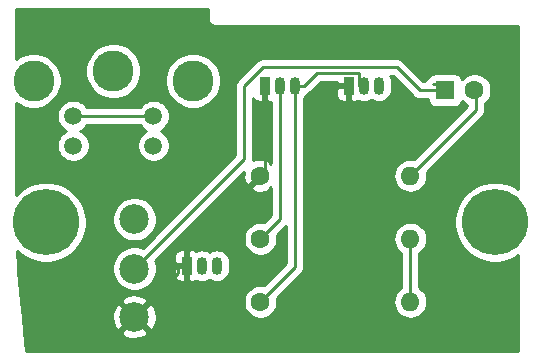
<source format=gbr>
G04 #@! TF.GenerationSoftware,KiCad,Pcbnew,(5.1.4)-1*
G04 #@! TF.CreationDate,2020-05-22T23:55:23+02:00*
G04 #@! TF.ProjectId,S-VHS ZX Spectrum,532d5648-5320-45a5-9820-537065637472,rev?*
G04 #@! TF.SameCoordinates,Original*
G04 #@! TF.FileFunction,Copper,L2,Bot*
G04 #@! TF.FilePolarity,Positive*
%FSLAX46Y46*%
G04 Gerber Fmt 4.6, Leading zero omitted, Abs format (unit mm)*
G04 Created by KiCad (PCBNEW (5.1.4)-1) date 2020-05-22 23:55:23*
%MOMM*%
%LPD*%
G04 APERTURE LIST*
%ADD10C,1.500000*%
%ADD11C,3.465000*%
%ADD12R,1.600000X1.600000*%
%ADD13C,1.600000*%
%ADD14O,1.600000X1.600000*%
%ADD15C,5.600000*%
%ADD16C,2.499360*%
%ADD17R,0.900000X1.500000*%
%ADD18O,0.900000X1.500000*%
%ADD19C,0.250000*%
%ADD20C,0.254000*%
G04 APERTURE END LIST*
D10*
X141240000Y-93504000D03*
X148040000Y-93504000D03*
X141240000Y-96004000D03*
X148040000Y-96004000D03*
D11*
X137890000Y-90504000D03*
X144640000Y-89704000D03*
X151390000Y-90504000D03*
D12*
X172720000Y-91313000D03*
D13*
X175220000Y-91313000D03*
X157099000Y-103886000D03*
D14*
X169799000Y-103886000D03*
D15*
X138938000Y-102489000D03*
X176950000Y-102489000D03*
D16*
X146431000Y-102235000D03*
X146431000Y-106426000D03*
X146431000Y-110490000D03*
D17*
X150876000Y-106172000D03*
D18*
X153416000Y-106172000D03*
X152146000Y-106172000D03*
X158750000Y-90932000D03*
X160020000Y-90932000D03*
D17*
X157480000Y-90932000D03*
X164592000Y-90932000D03*
D18*
X167132000Y-90932000D03*
X165862000Y-90932000D03*
D14*
X169799000Y-98552000D03*
D13*
X157099000Y-98552000D03*
D14*
X169799000Y-109220000D03*
D13*
X157099000Y-109220000D03*
D19*
X175347000Y-91497700D02*
X175347000Y-90805000D01*
X157099000Y-103886000D02*
X158750000Y-102235000D01*
X158750000Y-102235000D02*
X158750000Y-90932000D01*
X175347000Y-93004000D02*
X175347000Y-90805000D01*
X169799000Y-98552000D02*
X175347000Y-93004000D01*
X172847000Y-90805000D02*
X171721700Y-90805000D01*
X146431000Y-106426000D02*
X155717600Y-97139400D01*
X155717600Y-97139400D02*
X155717600Y-90960700D01*
X155717600Y-90960700D02*
X157315400Y-89362900D01*
X157315400Y-89362900D02*
X168628600Y-89362900D01*
X170578700Y-91313000D02*
X172720000Y-91313000D01*
X168628600Y-89362900D02*
X170578700Y-91313000D01*
X169799000Y-103886000D02*
X169799000Y-109220000D01*
X146979340Y-93504000D02*
X141240000Y-93504000D01*
X148040000Y-93504000D02*
X146979340Y-93504000D01*
X150876000Y-106172000D02*
X150100700Y-106172000D01*
X150100700Y-106172000D02*
X150100700Y-106820300D01*
X150100700Y-106820300D02*
X146431000Y-110490000D01*
X157099000Y-98552000D02*
X150876000Y-104775000D01*
X150876000Y-104775000D02*
X150876000Y-106172000D01*
X157480000Y-90932000D02*
X157480000Y-98171000D01*
X157480000Y-98171000D02*
X157099000Y-98552000D01*
X157099000Y-109220000D02*
X160020000Y-106299000D01*
X160020000Y-106299000D02*
X160020000Y-90932000D01*
X160020000Y-90932000D02*
X160795300Y-90932000D01*
X160795300Y-90932000D02*
X161870600Y-89856700D01*
X161870600Y-89856700D02*
X165481000Y-89856700D01*
X165481000Y-90932000D02*
X165481000Y-89856700D01*
D20*
G36*
X152629000Y-85184580D02*
G01*
X152625807Y-85217000D01*
X152638550Y-85346383D01*
X152676290Y-85470793D01*
X152737575Y-85585450D01*
X152820052Y-85685948D01*
X152920550Y-85768425D01*
X153035207Y-85829710D01*
X153159617Y-85867450D01*
X153289000Y-85880193D01*
X153321419Y-85877000D01*
X178918000Y-85877000D01*
X178918001Y-99672737D01*
X178577082Y-99444943D01*
X177951952Y-99186006D01*
X177288318Y-99054000D01*
X176611682Y-99054000D01*
X175948048Y-99186006D01*
X175322918Y-99444943D01*
X174760315Y-99820862D01*
X174281862Y-100299315D01*
X173905943Y-100861918D01*
X173647006Y-101487048D01*
X173515000Y-102150682D01*
X173515000Y-102827318D01*
X173647006Y-103490952D01*
X173905943Y-104116082D01*
X174281862Y-104678685D01*
X174760315Y-105157138D01*
X175322918Y-105533057D01*
X175948048Y-105791994D01*
X176611682Y-105924000D01*
X177288318Y-105924000D01*
X177951952Y-105791994D01*
X178577082Y-105533057D01*
X178918001Y-105305263D01*
X178918001Y-113386000D01*
X137248430Y-113386000D01*
X137087875Y-111803377D01*
X145297229Y-111803377D01*
X145423104Y-112093315D01*
X145755262Y-112259139D01*
X146113387Y-112356975D01*
X146483719Y-112383065D01*
X146852025Y-112336405D01*
X147204151Y-112218789D01*
X147438896Y-112093315D01*
X147564771Y-111803377D01*
X146431000Y-110669605D01*
X145297229Y-111803377D01*
X137087875Y-111803377D01*
X136959982Y-110542719D01*
X144537935Y-110542719D01*
X144584595Y-110911025D01*
X144702211Y-111263151D01*
X144827685Y-111497896D01*
X145117623Y-111623771D01*
X146251395Y-110490000D01*
X146610605Y-110490000D01*
X147744377Y-111623771D01*
X148034315Y-111497896D01*
X148200139Y-111165738D01*
X148297975Y-110807613D01*
X148324065Y-110437281D01*
X148277405Y-110068975D01*
X148159789Y-109716849D01*
X148034315Y-109482104D01*
X147744377Y-109356229D01*
X146610605Y-110490000D01*
X146251395Y-110490000D01*
X145117623Y-109356229D01*
X144827685Y-109482104D01*
X144661861Y-109814262D01*
X144564025Y-110172387D01*
X144537935Y-110542719D01*
X136959982Y-110542719D01*
X136821393Y-109176623D01*
X145297229Y-109176623D01*
X146431000Y-110310395D01*
X147564771Y-109176623D01*
X147438896Y-108886685D01*
X147106738Y-108720861D01*
X146748613Y-108623025D01*
X146378281Y-108596935D01*
X146009975Y-108643595D01*
X145657849Y-108761211D01*
X145423104Y-108886685D01*
X145297229Y-109176623D01*
X136821393Y-109176623D01*
X136560079Y-106600825D01*
X136549478Y-106240375D01*
X144546320Y-106240375D01*
X144546320Y-106611625D01*
X144618747Y-106975741D01*
X144760818Y-107318731D01*
X144967074Y-107627413D01*
X145229587Y-107889926D01*
X145538269Y-108096182D01*
X145881259Y-108238253D01*
X146245375Y-108310680D01*
X146616625Y-108310680D01*
X146980741Y-108238253D01*
X147323731Y-108096182D01*
X147632413Y-107889926D01*
X147894926Y-107627413D01*
X148101182Y-107318731D01*
X148243253Y-106975741D01*
X148253942Y-106922000D01*
X149787928Y-106922000D01*
X149800188Y-107046482D01*
X149836498Y-107166180D01*
X149895463Y-107276494D01*
X149974815Y-107373185D01*
X150071506Y-107452537D01*
X150181820Y-107511502D01*
X150301518Y-107547812D01*
X150426000Y-107560072D01*
X150590250Y-107557000D01*
X150749000Y-107398250D01*
X150749000Y-106299000D01*
X149949750Y-106299000D01*
X149791000Y-106457750D01*
X149787928Y-106922000D01*
X148253942Y-106922000D01*
X148315680Y-106611625D01*
X148315680Y-106240375D01*
X148243253Y-105876259D01*
X148188274Y-105743527D01*
X148509801Y-105422000D01*
X149787928Y-105422000D01*
X149791000Y-105886250D01*
X149949750Y-106045000D01*
X150749000Y-106045000D01*
X150749000Y-104945750D01*
X151003000Y-104945750D01*
X151003000Y-106045000D01*
X151023000Y-106045000D01*
X151023000Y-106299000D01*
X151003000Y-106299000D01*
X151003000Y-107398250D01*
X151161750Y-107557000D01*
X151326000Y-107560072D01*
X151450482Y-107547812D01*
X151570180Y-107511502D01*
X151679640Y-107452993D01*
X151728780Y-107479259D01*
X151933303Y-107541300D01*
X152146000Y-107562249D01*
X152358696Y-107541300D01*
X152563219Y-107479259D01*
X152751710Y-107378509D01*
X152781000Y-107354471D01*
X152810290Y-107378509D01*
X152998780Y-107479259D01*
X153203303Y-107541300D01*
X153416000Y-107562249D01*
X153628696Y-107541300D01*
X153833219Y-107479259D01*
X154021710Y-107378509D01*
X154186922Y-107242922D01*
X154322509Y-107077710D01*
X154423259Y-106889220D01*
X154485300Y-106684697D01*
X154501000Y-106525294D01*
X154501000Y-105818707D01*
X154485300Y-105659304D01*
X154423259Y-105454781D01*
X154322509Y-105266290D01*
X154186922Y-105101078D01*
X154021710Y-104965491D01*
X153833220Y-104864741D01*
X153628697Y-104802700D01*
X153416000Y-104781751D01*
X153203304Y-104802700D01*
X152998781Y-104864741D01*
X152810291Y-104965491D01*
X152781001Y-104989529D01*
X152751710Y-104965491D01*
X152563220Y-104864741D01*
X152358697Y-104802700D01*
X152146000Y-104781751D01*
X151933304Y-104802700D01*
X151728781Y-104864741D01*
X151679641Y-104891007D01*
X151570180Y-104832498D01*
X151450482Y-104796188D01*
X151326000Y-104783928D01*
X151161750Y-104787000D01*
X151003000Y-104945750D01*
X150749000Y-104945750D01*
X150590250Y-104787000D01*
X150426000Y-104783928D01*
X150301518Y-104796188D01*
X150181820Y-104832498D01*
X150071506Y-104891463D01*
X149974815Y-104970815D01*
X149895463Y-105067506D01*
X149836498Y-105177820D01*
X149800188Y-105297518D01*
X149787928Y-105422000D01*
X148509801Y-105422000D01*
X155699823Y-98231979D01*
X155672700Y-98340184D01*
X155658783Y-98622512D01*
X155700213Y-98902130D01*
X155795397Y-99168292D01*
X155862329Y-99293514D01*
X156106298Y-99365097D01*
X156919395Y-98552000D01*
X156905253Y-98537858D01*
X157084858Y-98358253D01*
X157099000Y-98372395D01*
X157113143Y-98358253D01*
X157292748Y-98537858D01*
X157278605Y-98552000D01*
X157292748Y-98566143D01*
X157113143Y-98745748D01*
X157099000Y-98731605D01*
X156285903Y-99544702D01*
X156357486Y-99788671D01*
X156612996Y-99909571D01*
X156887184Y-99978300D01*
X157169512Y-99992217D01*
X157449130Y-99950787D01*
X157715292Y-99855603D01*
X157840514Y-99788671D01*
X157912097Y-99544704D01*
X157990000Y-99622607D01*
X157990000Y-101920198D01*
X157422886Y-102487312D01*
X157240335Y-102451000D01*
X156957665Y-102451000D01*
X156680426Y-102506147D01*
X156419273Y-102614320D01*
X156184241Y-102771363D01*
X155984363Y-102971241D01*
X155827320Y-103206273D01*
X155719147Y-103467426D01*
X155664000Y-103744665D01*
X155664000Y-104027335D01*
X155719147Y-104304574D01*
X155827320Y-104565727D01*
X155984363Y-104800759D01*
X156184241Y-105000637D01*
X156419273Y-105157680D01*
X156680426Y-105265853D01*
X156957665Y-105321000D01*
X157240335Y-105321000D01*
X157517574Y-105265853D01*
X157778727Y-105157680D01*
X158013759Y-105000637D01*
X158213637Y-104800759D01*
X158370680Y-104565727D01*
X158478853Y-104304574D01*
X158534000Y-104027335D01*
X158534000Y-103744665D01*
X158497688Y-103562114D01*
X159260000Y-102799802D01*
X159260000Y-105984198D01*
X157422886Y-107821312D01*
X157240335Y-107785000D01*
X156957665Y-107785000D01*
X156680426Y-107840147D01*
X156419273Y-107948320D01*
X156184241Y-108105363D01*
X155984363Y-108305241D01*
X155827320Y-108540273D01*
X155719147Y-108801426D01*
X155664000Y-109078665D01*
X155664000Y-109361335D01*
X155719147Y-109638574D01*
X155827320Y-109899727D01*
X155984363Y-110134759D01*
X156184241Y-110334637D01*
X156419273Y-110491680D01*
X156680426Y-110599853D01*
X156957665Y-110655000D01*
X157240335Y-110655000D01*
X157517574Y-110599853D01*
X157778727Y-110491680D01*
X158013759Y-110334637D01*
X158213637Y-110134759D01*
X158370680Y-109899727D01*
X158478853Y-109638574D01*
X158534000Y-109361335D01*
X158534000Y-109078665D01*
X158497688Y-108896114D01*
X160531004Y-106862798D01*
X160560001Y-106839001D01*
X160654974Y-106723276D01*
X160725546Y-106591247D01*
X160769003Y-106447986D01*
X160780000Y-106336333D01*
X160780000Y-106336323D01*
X160783676Y-106299000D01*
X160780000Y-106261677D01*
X160780000Y-103886000D01*
X168357057Y-103886000D01*
X168384764Y-104167309D01*
X168466818Y-104437808D01*
X168600068Y-104687101D01*
X168779392Y-104905608D01*
X168997899Y-105084932D01*
X169039000Y-105106901D01*
X169039001Y-107999099D01*
X168997899Y-108021068D01*
X168779392Y-108200392D01*
X168600068Y-108418899D01*
X168466818Y-108668192D01*
X168384764Y-108938691D01*
X168357057Y-109220000D01*
X168384764Y-109501309D01*
X168466818Y-109771808D01*
X168600068Y-110021101D01*
X168779392Y-110239608D01*
X168997899Y-110418932D01*
X169247192Y-110552182D01*
X169517691Y-110634236D01*
X169728508Y-110655000D01*
X169869492Y-110655000D01*
X170080309Y-110634236D01*
X170350808Y-110552182D01*
X170600101Y-110418932D01*
X170818608Y-110239608D01*
X170997932Y-110021101D01*
X171131182Y-109771808D01*
X171213236Y-109501309D01*
X171240943Y-109220000D01*
X171213236Y-108938691D01*
X171131182Y-108668192D01*
X170997932Y-108418899D01*
X170818608Y-108200392D01*
X170600101Y-108021068D01*
X170559000Y-107999099D01*
X170559000Y-105106901D01*
X170600101Y-105084932D01*
X170818608Y-104905608D01*
X170997932Y-104687101D01*
X171131182Y-104437808D01*
X171213236Y-104167309D01*
X171240943Y-103886000D01*
X171213236Y-103604691D01*
X171131182Y-103334192D01*
X170997932Y-103084899D01*
X170818608Y-102866392D01*
X170600101Y-102687068D01*
X170350808Y-102553818D01*
X170080309Y-102471764D01*
X169869492Y-102451000D01*
X169728508Y-102451000D01*
X169517691Y-102471764D01*
X169247192Y-102553818D01*
X168997899Y-102687068D01*
X168779392Y-102866392D01*
X168600068Y-103084899D01*
X168466818Y-103334192D01*
X168384764Y-103604691D01*
X168357057Y-103886000D01*
X160780000Y-103886000D01*
X160780000Y-92011886D01*
X160790922Y-92002922D01*
X160926509Y-91837710D01*
X161009738Y-91682000D01*
X163503928Y-91682000D01*
X163516188Y-91806482D01*
X163552498Y-91926180D01*
X163611463Y-92036494D01*
X163690815Y-92133185D01*
X163787506Y-92212537D01*
X163897820Y-92271502D01*
X164017518Y-92307812D01*
X164142000Y-92320072D01*
X164306250Y-92317000D01*
X164465000Y-92158250D01*
X164465000Y-91059000D01*
X163665750Y-91059000D01*
X163507000Y-91217750D01*
X163503928Y-91682000D01*
X161009738Y-91682000D01*
X161023040Y-91657114D01*
X161087547Y-91637546D01*
X161219576Y-91566974D01*
X161335301Y-91472001D01*
X161359104Y-91442998D01*
X162185402Y-90616700D01*
X163506804Y-90616700D01*
X163507000Y-90646250D01*
X163665750Y-90805000D01*
X164465000Y-90805000D01*
X164465000Y-90785000D01*
X164719000Y-90785000D01*
X164719000Y-90805000D01*
X164721000Y-90805000D01*
X164721000Y-90969332D01*
X164729832Y-91059000D01*
X164719000Y-91059000D01*
X164719000Y-92158250D01*
X164877750Y-92317000D01*
X165042000Y-92320072D01*
X165166482Y-92307812D01*
X165286180Y-92271502D01*
X165395640Y-92212993D01*
X165444780Y-92239259D01*
X165649303Y-92301300D01*
X165862000Y-92322249D01*
X166074696Y-92301300D01*
X166279219Y-92239259D01*
X166467710Y-92138509D01*
X166497000Y-92114471D01*
X166526290Y-92138509D01*
X166714780Y-92239259D01*
X166919303Y-92301300D01*
X167132000Y-92322249D01*
X167344696Y-92301300D01*
X167549219Y-92239259D01*
X167737710Y-92138509D01*
X167902922Y-92002922D01*
X168038509Y-91837710D01*
X168139259Y-91649220D01*
X168201300Y-91444697D01*
X168217000Y-91285294D01*
X168217000Y-90578707D01*
X168201300Y-90419304D01*
X168139259Y-90214781D01*
X168090148Y-90122900D01*
X168313799Y-90122900D01*
X170014901Y-91824003D01*
X170038699Y-91853001D01*
X170154424Y-91947974D01*
X170286453Y-92018546D01*
X170429714Y-92062003D01*
X170541367Y-92073000D01*
X170541377Y-92073000D01*
X170578700Y-92076676D01*
X170616023Y-92073000D01*
X171281928Y-92073000D01*
X171281928Y-92113000D01*
X171294188Y-92237482D01*
X171330498Y-92357180D01*
X171389463Y-92467494D01*
X171468815Y-92564185D01*
X171565506Y-92643537D01*
X171675820Y-92702502D01*
X171795518Y-92738812D01*
X171920000Y-92751072D01*
X173520000Y-92751072D01*
X173644482Y-92738812D01*
X173764180Y-92702502D01*
X173874494Y-92643537D01*
X173971185Y-92564185D01*
X174050537Y-92467494D01*
X174109502Y-92357180D01*
X174138661Y-92261057D01*
X174305241Y-92427637D01*
X174540273Y-92584680D01*
X174587000Y-92604035D01*
X174587000Y-92689198D01*
X170124906Y-97151292D01*
X170080309Y-97137764D01*
X169869492Y-97117000D01*
X169728508Y-97117000D01*
X169517691Y-97137764D01*
X169247192Y-97219818D01*
X168997899Y-97353068D01*
X168779392Y-97532392D01*
X168600068Y-97750899D01*
X168466818Y-98000192D01*
X168384764Y-98270691D01*
X168357057Y-98552000D01*
X168384764Y-98833309D01*
X168466818Y-99103808D01*
X168600068Y-99353101D01*
X168779392Y-99571608D01*
X168997899Y-99750932D01*
X169247192Y-99884182D01*
X169517691Y-99966236D01*
X169728508Y-99987000D01*
X169869492Y-99987000D01*
X170080309Y-99966236D01*
X170350808Y-99884182D01*
X170600101Y-99750932D01*
X170818608Y-99571608D01*
X170997932Y-99353101D01*
X171131182Y-99103808D01*
X171213236Y-98833309D01*
X171240943Y-98552000D01*
X171213236Y-98270691D01*
X171199708Y-98226094D01*
X175858004Y-93567798D01*
X175887001Y-93544001D01*
X175981974Y-93428276D01*
X176052546Y-93296247D01*
X176096003Y-93152986D01*
X176107000Y-93041333D01*
X176107000Y-93041323D01*
X176110676Y-93004000D01*
X176107000Y-92966677D01*
X176107000Y-92446185D01*
X176134759Y-92427637D01*
X176334637Y-92227759D01*
X176491680Y-91992727D01*
X176599853Y-91731574D01*
X176655000Y-91454335D01*
X176655000Y-91171665D01*
X176599853Y-90894426D01*
X176491680Y-90633273D01*
X176334637Y-90398241D01*
X176134759Y-90198363D01*
X175899727Y-90041320D01*
X175638574Y-89933147D01*
X175361335Y-89878000D01*
X175078665Y-89878000D01*
X174801426Y-89933147D01*
X174540273Y-90041320D01*
X174305241Y-90198363D01*
X174138661Y-90364943D01*
X174109502Y-90268820D01*
X174050537Y-90158506D01*
X173971185Y-90061815D01*
X173874494Y-89982463D01*
X173764180Y-89923498D01*
X173644482Y-89887188D01*
X173520000Y-89874928D01*
X171920000Y-89874928D01*
X171795518Y-89887188D01*
X171675820Y-89923498D01*
X171565506Y-89982463D01*
X171468815Y-90061815D01*
X171440734Y-90096032D01*
X171429453Y-90099454D01*
X171297424Y-90170026D01*
X171181699Y-90264999D01*
X171086726Y-90380724D01*
X171016154Y-90512753D01*
X171003945Y-90553000D01*
X170893502Y-90553000D01*
X169192404Y-88851903D01*
X169168601Y-88822899D01*
X169052876Y-88727926D01*
X168920847Y-88657354D01*
X168777586Y-88613897D01*
X168665933Y-88602900D01*
X168665922Y-88602900D01*
X168628600Y-88599224D01*
X168591278Y-88602900D01*
X157352722Y-88602900D01*
X157315399Y-88599224D01*
X157278076Y-88602900D01*
X157278067Y-88602900D01*
X157166414Y-88613897D01*
X157023153Y-88657354D01*
X156891124Y-88727926D01*
X156891122Y-88727927D01*
X156891123Y-88727927D01*
X156804396Y-88799101D01*
X156804392Y-88799105D01*
X156775399Y-88822899D01*
X156751605Y-88851892D01*
X155206598Y-90396901D01*
X155177600Y-90420699D01*
X155153802Y-90449697D01*
X155153801Y-90449698D01*
X155082626Y-90536424D01*
X155012054Y-90668454D01*
X154991208Y-90737178D01*
X154968598Y-90811714D01*
X154960428Y-90894667D01*
X154953924Y-90960700D01*
X154957601Y-90998032D01*
X154957600Y-96824598D01*
X147113473Y-104668726D01*
X146980741Y-104613747D01*
X146616625Y-104541320D01*
X146245375Y-104541320D01*
X145881259Y-104613747D01*
X145538269Y-104755818D01*
X145229587Y-104962074D01*
X144967074Y-105224587D01*
X144760818Y-105533269D01*
X144618747Y-105876259D01*
X144546320Y-106240375D01*
X136549478Y-106240375D01*
X136510627Y-104919450D01*
X136748315Y-105157138D01*
X137310918Y-105533057D01*
X137936048Y-105791994D01*
X138599682Y-105924000D01*
X139276318Y-105924000D01*
X139939952Y-105791994D01*
X140565082Y-105533057D01*
X141127685Y-105157138D01*
X141606138Y-104678685D01*
X141982057Y-104116082D01*
X142240994Y-103490952D01*
X142373000Y-102827318D01*
X142373000Y-102150682D01*
X142352849Y-102049375D01*
X144546320Y-102049375D01*
X144546320Y-102420625D01*
X144618747Y-102784741D01*
X144760818Y-103127731D01*
X144967074Y-103436413D01*
X145229587Y-103698926D01*
X145538269Y-103905182D01*
X145881259Y-104047253D01*
X146245375Y-104119680D01*
X146616625Y-104119680D01*
X146980741Y-104047253D01*
X147323731Y-103905182D01*
X147632413Y-103698926D01*
X147894926Y-103436413D01*
X148101182Y-103127731D01*
X148243253Y-102784741D01*
X148315680Y-102420625D01*
X148315680Y-102049375D01*
X148243253Y-101685259D01*
X148101182Y-101342269D01*
X147894926Y-101033587D01*
X147632413Y-100771074D01*
X147323731Y-100564818D01*
X146980741Y-100422747D01*
X146616625Y-100350320D01*
X146245375Y-100350320D01*
X145881259Y-100422747D01*
X145538269Y-100564818D01*
X145229587Y-100771074D01*
X144967074Y-101033587D01*
X144760818Y-101342269D01*
X144618747Y-101685259D01*
X144546320Y-102049375D01*
X142352849Y-102049375D01*
X142240994Y-101487048D01*
X141982057Y-100861918D01*
X141606138Y-100299315D01*
X141127685Y-99820862D01*
X140565082Y-99444943D01*
X139939952Y-99186006D01*
X139276318Y-99054000D01*
X138599682Y-99054000D01*
X137936048Y-99186006D01*
X137310918Y-99444943D01*
X136748315Y-99820862D01*
X136423000Y-100146177D01*
X136423000Y-93367589D01*
X139855000Y-93367589D01*
X139855000Y-93640411D01*
X139908225Y-93907989D01*
X140012629Y-94160043D01*
X140164201Y-94386886D01*
X140357114Y-94579799D01*
X140583957Y-94731371D01*
X140638588Y-94754000D01*
X140583957Y-94776629D01*
X140357114Y-94928201D01*
X140164201Y-95121114D01*
X140012629Y-95347957D01*
X139908225Y-95600011D01*
X139855000Y-95867589D01*
X139855000Y-96140411D01*
X139908225Y-96407989D01*
X140012629Y-96660043D01*
X140164201Y-96886886D01*
X140357114Y-97079799D01*
X140583957Y-97231371D01*
X140836011Y-97335775D01*
X141103589Y-97389000D01*
X141376411Y-97389000D01*
X141643989Y-97335775D01*
X141896043Y-97231371D01*
X142122886Y-97079799D01*
X142315799Y-96886886D01*
X142467371Y-96660043D01*
X142571775Y-96407989D01*
X142625000Y-96140411D01*
X142625000Y-95867589D01*
X142571775Y-95600011D01*
X142467371Y-95347957D01*
X142315799Y-95121114D01*
X142122886Y-94928201D01*
X141896043Y-94776629D01*
X141841412Y-94754000D01*
X141896043Y-94731371D01*
X142122886Y-94579799D01*
X142315799Y-94386886D01*
X142397909Y-94264000D01*
X146882091Y-94264000D01*
X146964201Y-94386886D01*
X147157114Y-94579799D01*
X147383957Y-94731371D01*
X147438588Y-94754000D01*
X147383957Y-94776629D01*
X147157114Y-94928201D01*
X146964201Y-95121114D01*
X146812629Y-95347957D01*
X146708225Y-95600011D01*
X146655000Y-95867589D01*
X146655000Y-96140411D01*
X146708225Y-96407989D01*
X146812629Y-96660043D01*
X146964201Y-96886886D01*
X147157114Y-97079799D01*
X147383957Y-97231371D01*
X147636011Y-97335775D01*
X147903589Y-97389000D01*
X148176411Y-97389000D01*
X148443989Y-97335775D01*
X148696043Y-97231371D01*
X148922886Y-97079799D01*
X149115799Y-96886886D01*
X149267371Y-96660043D01*
X149371775Y-96407989D01*
X149425000Y-96140411D01*
X149425000Y-95867589D01*
X149371775Y-95600011D01*
X149267371Y-95347957D01*
X149115799Y-95121114D01*
X148922886Y-94928201D01*
X148696043Y-94776629D01*
X148641412Y-94754000D01*
X148696043Y-94731371D01*
X148922886Y-94579799D01*
X149115799Y-94386886D01*
X149267371Y-94160043D01*
X149371775Y-93907989D01*
X149425000Y-93640411D01*
X149425000Y-93367589D01*
X149371775Y-93100011D01*
X149267371Y-92847957D01*
X149115799Y-92621114D01*
X148922886Y-92428201D01*
X148696043Y-92276629D01*
X148443989Y-92172225D01*
X148176411Y-92119000D01*
X147903589Y-92119000D01*
X147636011Y-92172225D01*
X147383957Y-92276629D01*
X147157114Y-92428201D01*
X146964201Y-92621114D01*
X146882091Y-92744000D01*
X142397909Y-92744000D01*
X142315799Y-92621114D01*
X142122886Y-92428201D01*
X141896043Y-92276629D01*
X141643989Y-92172225D01*
X141376411Y-92119000D01*
X141103589Y-92119000D01*
X140836011Y-92172225D01*
X140583957Y-92276629D01*
X140357114Y-92428201D01*
X140164201Y-92621114D01*
X140012629Y-92847957D01*
X139908225Y-93100011D01*
X139855000Y-93367589D01*
X136423000Y-93367589D01*
X136423000Y-92371150D01*
X136768568Y-92602051D01*
X137199426Y-92780518D01*
X137656822Y-92871500D01*
X138123178Y-92871500D01*
X138580574Y-92780518D01*
X139011432Y-92602051D01*
X139399193Y-92342957D01*
X139728957Y-92013193D01*
X139988051Y-91625432D01*
X140166518Y-91194574D01*
X140257500Y-90737178D01*
X140257500Y-90270822D01*
X140166518Y-89813426D01*
X140024607Y-89470822D01*
X142272500Y-89470822D01*
X142272500Y-89937178D01*
X142363482Y-90394574D01*
X142541949Y-90825432D01*
X142801043Y-91213193D01*
X143130807Y-91542957D01*
X143518568Y-91802051D01*
X143949426Y-91980518D01*
X144406822Y-92071500D01*
X144873178Y-92071500D01*
X145330574Y-91980518D01*
X145761432Y-91802051D01*
X146149193Y-91542957D01*
X146478957Y-91213193D01*
X146738051Y-90825432D01*
X146916518Y-90394574D01*
X146941133Y-90270822D01*
X149022500Y-90270822D01*
X149022500Y-90737178D01*
X149113482Y-91194574D01*
X149291949Y-91625432D01*
X149551043Y-92013193D01*
X149880807Y-92342957D01*
X150268568Y-92602051D01*
X150699426Y-92780518D01*
X151156822Y-92871500D01*
X151623178Y-92871500D01*
X152080574Y-92780518D01*
X152511432Y-92602051D01*
X152899193Y-92342957D01*
X153228957Y-92013193D01*
X153488051Y-91625432D01*
X153666518Y-91194574D01*
X153757500Y-90737178D01*
X153757500Y-90270822D01*
X153666518Y-89813426D01*
X153488051Y-89382568D01*
X153228957Y-88994807D01*
X152899193Y-88665043D01*
X152511432Y-88405949D01*
X152080574Y-88227482D01*
X151623178Y-88136500D01*
X151156822Y-88136500D01*
X150699426Y-88227482D01*
X150268568Y-88405949D01*
X149880807Y-88665043D01*
X149551043Y-88994807D01*
X149291949Y-89382568D01*
X149113482Y-89813426D01*
X149022500Y-90270822D01*
X146941133Y-90270822D01*
X147007500Y-89937178D01*
X147007500Y-89470822D01*
X146916518Y-89013426D01*
X146738051Y-88582568D01*
X146478957Y-88194807D01*
X146149193Y-87865043D01*
X145761432Y-87605949D01*
X145330574Y-87427482D01*
X144873178Y-87336500D01*
X144406822Y-87336500D01*
X143949426Y-87427482D01*
X143518568Y-87605949D01*
X143130807Y-87865043D01*
X142801043Y-88194807D01*
X142541949Y-88582568D01*
X142363482Y-89013426D01*
X142272500Y-89470822D01*
X140024607Y-89470822D01*
X139988051Y-89382568D01*
X139728957Y-88994807D01*
X139399193Y-88665043D01*
X139011432Y-88405949D01*
X138580574Y-88227482D01*
X138123178Y-88136500D01*
X137656822Y-88136500D01*
X137199426Y-88227482D01*
X136768568Y-88405949D01*
X136423000Y-88636850D01*
X136423000Y-84480000D01*
X152629001Y-84480000D01*
X152629000Y-85184580D01*
X152629000Y-85184580D01*
G37*
X152629000Y-85184580D02*
X152625807Y-85217000D01*
X152638550Y-85346383D01*
X152676290Y-85470793D01*
X152737575Y-85585450D01*
X152820052Y-85685948D01*
X152920550Y-85768425D01*
X153035207Y-85829710D01*
X153159617Y-85867450D01*
X153289000Y-85880193D01*
X153321419Y-85877000D01*
X178918000Y-85877000D01*
X178918001Y-99672737D01*
X178577082Y-99444943D01*
X177951952Y-99186006D01*
X177288318Y-99054000D01*
X176611682Y-99054000D01*
X175948048Y-99186006D01*
X175322918Y-99444943D01*
X174760315Y-99820862D01*
X174281862Y-100299315D01*
X173905943Y-100861918D01*
X173647006Y-101487048D01*
X173515000Y-102150682D01*
X173515000Y-102827318D01*
X173647006Y-103490952D01*
X173905943Y-104116082D01*
X174281862Y-104678685D01*
X174760315Y-105157138D01*
X175322918Y-105533057D01*
X175948048Y-105791994D01*
X176611682Y-105924000D01*
X177288318Y-105924000D01*
X177951952Y-105791994D01*
X178577082Y-105533057D01*
X178918001Y-105305263D01*
X178918001Y-113386000D01*
X137248430Y-113386000D01*
X137087875Y-111803377D01*
X145297229Y-111803377D01*
X145423104Y-112093315D01*
X145755262Y-112259139D01*
X146113387Y-112356975D01*
X146483719Y-112383065D01*
X146852025Y-112336405D01*
X147204151Y-112218789D01*
X147438896Y-112093315D01*
X147564771Y-111803377D01*
X146431000Y-110669605D01*
X145297229Y-111803377D01*
X137087875Y-111803377D01*
X136959982Y-110542719D01*
X144537935Y-110542719D01*
X144584595Y-110911025D01*
X144702211Y-111263151D01*
X144827685Y-111497896D01*
X145117623Y-111623771D01*
X146251395Y-110490000D01*
X146610605Y-110490000D01*
X147744377Y-111623771D01*
X148034315Y-111497896D01*
X148200139Y-111165738D01*
X148297975Y-110807613D01*
X148324065Y-110437281D01*
X148277405Y-110068975D01*
X148159789Y-109716849D01*
X148034315Y-109482104D01*
X147744377Y-109356229D01*
X146610605Y-110490000D01*
X146251395Y-110490000D01*
X145117623Y-109356229D01*
X144827685Y-109482104D01*
X144661861Y-109814262D01*
X144564025Y-110172387D01*
X144537935Y-110542719D01*
X136959982Y-110542719D01*
X136821393Y-109176623D01*
X145297229Y-109176623D01*
X146431000Y-110310395D01*
X147564771Y-109176623D01*
X147438896Y-108886685D01*
X147106738Y-108720861D01*
X146748613Y-108623025D01*
X146378281Y-108596935D01*
X146009975Y-108643595D01*
X145657849Y-108761211D01*
X145423104Y-108886685D01*
X145297229Y-109176623D01*
X136821393Y-109176623D01*
X136560079Y-106600825D01*
X136549478Y-106240375D01*
X144546320Y-106240375D01*
X144546320Y-106611625D01*
X144618747Y-106975741D01*
X144760818Y-107318731D01*
X144967074Y-107627413D01*
X145229587Y-107889926D01*
X145538269Y-108096182D01*
X145881259Y-108238253D01*
X146245375Y-108310680D01*
X146616625Y-108310680D01*
X146980741Y-108238253D01*
X147323731Y-108096182D01*
X147632413Y-107889926D01*
X147894926Y-107627413D01*
X148101182Y-107318731D01*
X148243253Y-106975741D01*
X148253942Y-106922000D01*
X149787928Y-106922000D01*
X149800188Y-107046482D01*
X149836498Y-107166180D01*
X149895463Y-107276494D01*
X149974815Y-107373185D01*
X150071506Y-107452537D01*
X150181820Y-107511502D01*
X150301518Y-107547812D01*
X150426000Y-107560072D01*
X150590250Y-107557000D01*
X150749000Y-107398250D01*
X150749000Y-106299000D01*
X149949750Y-106299000D01*
X149791000Y-106457750D01*
X149787928Y-106922000D01*
X148253942Y-106922000D01*
X148315680Y-106611625D01*
X148315680Y-106240375D01*
X148243253Y-105876259D01*
X148188274Y-105743527D01*
X148509801Y-105422000D01*
X149787928Y-105422000D01*
X149791000Y-105886250D01*
X149949750Y-106045000D01*
X150749000Y-106045000D01*
X150749000Y-104945750D01*
X151003000Y-104945750D01*
X151003000Y-106045000D01*
X151023000Y-106045000D01*
X151023000Y-106299000D01*
X151003000Y-106299000D01*
X151003000Y-107398250D01*
X151161750Y-107557000D01*
X151326000Y-107560072D01*
X151450482Y-107547812D01*
X151570180Y-107511502D01*
X151679640Y-107452993D01*
X151728780Y-107479259D01*
X151933303Y-107541300D01*
X152146000Y-107562249D01*
X152358696Y-107541300D01*
X152563219Y-107479259D01*
X152751710Y-107378509D01*
X152781000Y-107354471D01*
X152810290Y-107378509D01*
X152998780Y-107479259D01*
X153203303Y-107541300D01*
X153416000Y-107562249D01*
X153628696Y-107541300D01*
X153833219Y-107479259D01*
X154021710Y-107378509D01*
X154186922Y-107242922D01*
X154322509Y-107077710D01*
X154423259Y-106889220D01*
X154485300Y-106684697D01*
X154501000Y-106525294D01*
X154501000Y-105818707D01*
X154485300Y-105659304D01*
X154423259Y-105454781D01*
X154322509Y-105266290D01*
X154186922Y-105101078D01*
X154021710Y-104965491D01*
X153833220Y-104864741D01*
X153628697Y-104802700D01*
X153416000Y-104781751D01*
X153203304Y-104802700D01*
X152998781Y-104864741D01*
X152810291Y-104965491D01*
X152781001Y-104989529D01*
X152751710Y-104965491D01*
X152563220Y-104864741D01*
X152358697Y-104802700D01*
X152146000Y-104781751D01*
X151933304Y-104802700D01*
X151728781Y-104864741D01*
X151679641Y-104891007D01*
X151570180Y-104832498D01*
X151450482Y-104796188D01*
X151326000Y-104783928D01*
X151161750Y-104787000D01*
X151003000Y-104945750D01*
X150749000Y-104945750D01*
X150590250Y-104787000D01*
X150426000Y-104783928D01*
X150301518Y-104796188D01*
X150181820Y-104832498D01*
X150071506Y-104891463D01*
X149974815Y-104970815D01*
X149895463Y-105067506D01*
X149836498Y-105177820D01*
X149800188Y-105297518D01*
X149787928Y-105422000D01*
X148509801Y-105422000D01*
X155699823Y-98231979D01*
X155672700Y-98340184D01*
X155658783Y-98622512D01*
X155700213Y-98902130D01*
X155795397Y-99168292D01*
X155862329Y-99293514D01*
X156106298Y-99365097D01*
X156919395Y-98552000D01*
X156905253Y-98537858D01*
X157084858Y-98358253D01*
X157099000Y-98372395D01*
X157113143Y-98358253D01*
X157292748Y-98537858D01*
X157278605Y-98552000D01*
X157292748Y-98566143D01*
X157113143Y-98745748D01*
X157099000Y-98731605D01*
X156285903Y-99544702D01*
X156357486Y-99788671D01*
X156612996Y-99909571D01*
X156887184Y-99978300D01*
X157169512Y-99992217D01*
X157449130Y-99950787D01*
X157715292Y-99855603D01*
X157840514Y-99788671D01*
X157912097Y-99544704D01*
X157990000Y-99622607D01*
X157990000Y-101920198D01*
X157422886Y-102487312D01*
X157240335Y-102451000D01*
X156957665Y-102451000D01*
X156680426Y-102506147D01*
X156419273Y-102614320D01*
X156184241Y-102771363D01*
X155984363Y-102971241D01*
X155827320Y-103206273D01*
X155719147Y-103467426D01*
X155664000Y-103744665D01*
X155664000Y-104027335D01*
X155719147Y-104304574D01*
X155827320Y-104565727D01*
X155984363Y-104800759D01*
X156184241Y-105000637D01*
X156419273Y-105157680D01*
X156680426Y-105265853D01*
X156957665Y-105321000D01*
X157240335Y-105321000D01*
X157517574Y-105265853D01*
X157778727Y-105157680D01*
X158013759Y-105000637D01*
X158213637Y-104800759D01*
X158370680Y-104565727D01*
X158478853Y-104304574D01*
X158534000Y-104027335D01*
X158534000Y-103744665D01*
X158497688Y-103562114D01*
X159260000Y-102799802D01*
X159260000Y-105984198D01*
X157422886Y-107821312D01*
X157240335Y-107785000D01*
X156957665Y-107785000D01*
X156680426Y-107840147D01*
X156419273Y-107948320D01*
X156184241Y-108105363D01*
X155984363Y-108305241D01*
X155827320Y-108540273D01*
X155719147Y-108801426D01*
X155664000Y-109078665D01*
X155664000Y-109361335D01*
X155719147Y-109638574D01*
X155827320Y-109899727D01*
X155984363Y-110134759D01*
X156184241Y-110334637D01*
X156419273Y-110491680D01*
X156680426Y-110599853D01*
X156957665Y-110655000D01*
X157240335Y-110655000D01*
X157517574Y-110599853D01*
X157778727Y-110491680D01*
X158013759Y-110334637D01*
X158213637Y-110134759D01*
X158370680Y-109899727D01*
X158478853Y-109638574D01*
X158534000Y-109361335D01*
X158534000Y-109078665D01*
X158497688Y-108896114D01*
X160531004Y-106862798D01*
X160560001Y-106839001D01*
X160654974Y-106723276D01*
X160725546Y-106591247D01*
X160769003Y-106447986D01*
X160780000Y-106336333D01*
X160780000Y-106336323D01*
X160783676Y-106299000D01*
X160780000Y-106261677D01*
X160780000Y-103886000D01*
X168357057Y-103886000D01*
X168384764Y-104167309D01*
X168466818Y-104437808D01*
X168600068Y-104687101D01*
X168779392Y-104905608D01*
X168997899Y-105084932D01*
X169039000Y-105106901D01*
X169039001Y-107999099D01*
X168997899Y-108021068D01*
X168779392Y-108200392D01*
X168600068Y-108418899D01*
X168466818Y-108668192D01*
X168384764Y-108938691D01*
X168357057Y-109220000D01*
X168384764Y-109501309D01*
X168466818Y-109771808D01*
X168600068Y-110021101D01*
X168779392Y-110239608D01*
X168997899Y-110418932D01*
X169247192Y-110552182D01*
X169517691Y-110634236D01*
X169728508Y-110655000D01*
X169869492Y-110655000D01*
X170080309Y-110634236D01*
X170350808Y-110552182D01*
X170600101Y-110418932D01*
X170818608Y-110239608D01*
X170997932Y-110021101D01*
X171131182Y-109771808D01*
X171213236Y-109501309D01*
X171240943Y-109220000D01*
X171213236Y-108938691D01*
X171131182Y-108668192D01*
X170997932Y-108418899D01*
X170818608Y-108200392D01*
X170600101Y-108021068D01*
X170559000Y-107999099D01*
X170559000Y-105106901D01*
X170600101Y-105084932D01*
X170818608Y-104905608D01*
X170997932Y-104687101D01*
X171131182Y-104437808D01*
X171213236Y-104167309D01*
X171240943Y-103886000D01*
X171213236Y-103604691D01*
X171131182Y-103334192D01*
X170997932Y-103084899D01*
X170818608Y-102866392D01*
X170600101Y-102687068D01*
X170350808Y-102553818D01*
X170080309Y-102471764D01*
X169869492Y-102451000D01*
X169728508Y-102451000D01*
X169517691Y-102471764D01*
X169247192Y-102553818D01*
X168997899Y-102687068D01*
X168779392Y-102866392D01*
X168600068Y-103084899D01*
X168466818Y-103334192D01*
X168384764Y-103604691D01*
X168357057Y-103886000D01*
X160780000Y-103886000D01*
X160780000Y-92011886D01*
X160790922Y-92002922D01*
X160926509Y-91837710D01*
X161009738Y-91682000D01*
X163503928Y-91682000D01*
X163516188Y-91806482D01*
X163552498Y-91926180D01*
X163611463Y-92036494D01*
X163690815Y-92133185D01*
X163787506Y-92212537D01*
X163897820Y-92271502D01*
X164017518Y-92307812D01*
X164142000Y-92320072D01*
X164306250Y-92317000D01*
X164465000Y-92158250D01*
X164465000Y-91059000D01*
X163665750Y-91059000D01*
X163507000Y-91217750D01*
X163503928Y-91682000D01*
X161009738Y-91682000D01*
X161023040Y-91657114D01*
X161087547Y-91637546D01*
X161219576Y-91566974D01*
X161335301Y-91472001D01*
X161359104Y-91442998D01*
X162185402Y-90616700D01*
X163506804Y-90616700D01*
X163507000Y-90646250D01*
X163665750Y-90805000D01*
X164465000Y-90805000D01*
X164465000Y-90785000D01*
X164719000Y-90785000D01*
X164719000Y-90805000D01*
X164721000Y-90805000D01*
X164721000Y-90969332D01*
X164729832Y-91059000D01*
X164719000Y-91059000D01*
X164719000Y-92158250D01*
X164877750Y-92317000D01*
X165042000Y-92320072D01*
X165166482Y-92307812D01*
X165286180Y-92271502D01*
X165395640Y-92212993D01*
X165444780Y-92239259D01*
X165649303Y-92301300D01*
X165862000Y-92322249D01*
X166074696Y-92301300D01*
X166279219Y-92239259D01*
X166467710Y-92138509D01*
X166497000Y-92114471D01*
X166526290Y-92138509D01*
X166714780Y-92239259D01*
X166919303Y-92301300D01*
X167132000Y-92322249D01*
X167344696Y-92301300D01*
X167549219Y-92239259D01*
X167737710Y-92138509D01*
X167902922Y-92002922D01*
X168038509Y-91837710D01*
X168139259Y-91649220D01*
X168201300Y-91444697D01*
X168217000Y-91285294D01*
X168217000Y-90578707D01*
X168201300Y-90419304D01*
X168139259Y-90214781D01*
X168090148Y-90122900D01*
X168313799Y-90122900D01*
X170014901Y-91824003D01*
X170038699Y-91853001D01*
X170154424Y-91947974D01*
X170286453Y-92018546D01*
X170429714Y-92062003D01*
X170541367Y-92073000D01*
X170541377Y-92073000D01*
X170578700Y-92076676D01*
X170616023Y-92073000D01*
X171281928Y-92073000D01*
X171281928Y-92113000D01*
X171294188Y-92237482D01*
X171330498Y-92357180D01*
X171389463Y-92467494D01*
X171468815Y-92564185D01*
X171565506Y-92643537D01*
X171675820Y-92702502D01*
X171795518Y-92738812D01*
X171920000Y-92751072D01*
X173520000Y-92751072D01*
X173644482Y-92738812D01*
X173764180Y-92702502D01*
X173874494Y-92643537D01*
X173971185Y-92564185D01*
X174050537Y-92467494D01*
X174109502Y-92357180D01*
X174138661Y-92261057D01*
X174305241Y-92427637D01*
X174540273Y-92584680D01*
X174587000Y-92604035D01*
X174587000Y-92689198D01*
X170124906Y-97151292D01*
X170080309Y-97137764D01*
X169869492Y-97117000D01*
X169728508Y-97117000D01*
X169517691Y-97137764D01*
X169247192Y-97219818D01*
X168997899Y-97353068D01*
X168779392Y-97532392D01*
X168600068Y-97750899D01*
X168466818Y-98000192D01*
X168384764Y-98270691D01*
X168357057Y-98552000D01*
X168384764Y-98833309D01*
X168466818Y-99103808D01*
X168600068Y-99353101D01*
X168779392Y-99571608D01*
X168997899Y-99750932D01*
X169247192Y-99884182D01*
X169517691Y-99966236D01*
X169728508Y-99987000D01*
X169869492Y-99987000D01*
X170080309Y-99966236D01*
X170350808Y-99884182D01*
X170600101Y-99750932D01*
X170818608Y-99571608D01*
X170997932Y-99353101D01*
X171131182Y-99103808D01*
X171213236Y-98833309D01*
X171240943Y-98552000D01*
X171213236Y-98270691D01*
X171199708Y-98226094D01*
X175858004Y-93567798D01*
X175887001Y-93544001D01*
X175981974Y-93428276D01*
X176052546Y-93296247D01*
X176096003Y-93152986D01*
X176107000Y-93041333D01*
X176107000Y-93041323D01*
X176110676Y-93004000D01*
X176107000Y-92966677D01*
X176107000Y-92446185D01*
X176134759Y-92427637D01*
X176334637Y-92227759D01*
X176491680Y-91992727D01*
X176599853Y-91731574D01*
X176655000Y-91454335D01*
X176655000Y-91171665D01*
X176599853Y-90894426D01*
X176491680Y-90633273D01*
X176334637Y-90398241D01*
X176134759Y-90198363D01*
X175899727Y-90041320D01*
X175638574Y-89933147D01*
X175361335Y-89878000D01*
X175078665Y-89878000D01*
X174801426Y-89933147D01*
X174540273Y-90041320D01*
X174305241Y-90198363D01*
X174138661Y-90364943D01*
X174109502Y-90268820D01*
X174050537Y-90158506D01*
X173971185Y-90061815D01*
X173874494Y-89982463D01*
X173764180Y-89923498D01*
X173644482Y-89887188D01*
X173520000Y-89874928D01*
X171920000Y-89874928D01*
X171795518Y-89887188D01*
X171675820Y-89923498D01*
X171565506Y-89982463D01*
X171468815Y-90061815D01*
X171440734Y-90096032D01*
X171429453Y-90099454D01*
X171297424Y-90170026D01*
X171181699Y-90264999D01*
X171086726Y-90380724D01*
X171016154Y-90512753D01*
X171003945Y-90553000D01*
X170893502Y-90553000D01*
X169192404Y-88851903D01*
X169168601Y-88822899D01*
X169052876Y-88727926D01*
X168920847Y-88657354D01*
X168777586Y-88613897D01*
X168665933Y-88602900D01*
X168665922Y-88602900D01*
X168628600Y-88599224D01*
X168591278Y-88602900D01*
X157352722Y-88602900D01*
X157315399Y-88599224D01*
X157278076Y-88602900D01*
X157278067Y-88602900D01*
X157166414Y-88613897D01*
X157023153Y-88657354D01*
X156891124Y-88727926D01*
X156891122Y-88727927D01*
X156891123Y-88727927D01*
X156804396Y-88799101D01*
X156804392Y-88799105D01*
X156775399Y-88822899D01*
X156751605Y-88851892D01*
X155206598Y-90396901D01*
X155177600Y-90420699D01*
X155153802Y-90449697D01*
X155153801Y-90449698D01*
X155082626Y-90536424D01*
X155012054Y-90668454D01*
X154991208Y-90737178D01*
X154968598Y-90811714D01*
X154960428Y-90894667D01*
X154953924Y-90960700D01*
X154957601Y-90998032D01*
X154957600Y-96824598D01*
X147113473Y-104668726D01*
X146980741Y-104613747D01*
X146616625Y-104541320D01*
X146245375Y-104541320D01*
X145881259Y-104613747D01*
X145538269Y-104755818D01*
X145229587Y-104962074D01*
X144967074Y-105224587D01*
X144760818Y-105533269D01*
X144618747Y-105876259D01*
X144546320Y-106240375D01*
X136549478Y-106240375D01*
X136510627Y-104919450D01*
X136748315Y-105157138D01*
X137310918Y-105533057D01*
X137936048Y-105791994D01*
X138599682Y-105924000D01*
X139276318Y-105924000D01*
X139939952Y-105791994D01*
X140565082Y-105533057D01*
X141127685Y-105157138D01*
X141606138Y-104678685D01*
X141982057Y-104116082D01*
X142240994Y-103490952D01*
X142373000Y-102827318D01*
X142373000Y-102150682D01*
X142352849Y-102049375D01*
X144546320Y-102049375D01*
X144546320Y-102420625D01*
X144618747Y-102784741D01*
X144760818Y-103127731D01*
X144967074Y-103436413D01*
X145229587Y-103698926D01*
X145538269Y-103905182D01*
X145881259Y-104047253D01*
X146245375Y-104119680D01*
X146616625Y-104119680D01*
X146980741Y-104047253D01*
X147323731Y-103905182D01*
X147632413Y-103698926D01*
X147894926Y-103436413D01*
X148101182Y-103127731D01*
X148243253Y-102784741D01*
X148315680Y-102420625D01*
X148315680Y-102049375D01*
X148243253Y-101685259D01*
X148101182Y-101342269D01*
X147894926Y-101033587D01*
X147632413Y-100771074D01*
X147323731Y-100564818D01*
X146980741Y-100422747D01*
X146616625Y-100350320D01*
X146245375Y-100350320D01*
X145881259Y-100422747D01*
X145538269Y-100564818D01*
X145229587Y-100771074D01*
X144967074Y-101033587D01*
X144760818Y-101342269D01*
X144618747Y-101685259D01*
X144546320Y-102049375D01*
X142352849Y-102049375D01*
X142240994Y-101487048D01*
X141982057Y-100861918D01*
X141606138Y-100299315D01*
X141127685Y-99820862D01*
X140565082Y-99444943D01*
X139939952Y-99186006D01*
X139276318Y-99054000D01*
X138599682Y-99054000D01*
X137936048Y-99186006D01*
X137310918Y-99444943D01*
X136748315Y-99820862D01*
X136423000Y-100146177D01*
X136423000Y-93367589D01*
X139855000Y-93367589D01*
X139855000Y-93640411D01*
X139908225Y-93907989D01*
X140012629Y-94160043D01*
X140164201Y-94386886D01*
X140357114Y-94579799D01*
X140583957Y-94731371D01*
X140638588Y-94754000D01*
X140583957Y-94776629D01*
X140357114Y-94928201D01*
X140164201Y-95121114D01*
X140012629Y-95347957D01*
X139908225Y-95600011D01*
X139855000Y-95867589D01*
X139855000Y-96140411D01*
X139908225Y-96407989D01*
X140012629Y-96660043D01*
X140164201Y-96886886D01*
X140357114Y-97079799D01*
X140583957Y-97231371D01*
X140836011Y-97335775D01*
X141103589Y-97389000D01*
X141376411Y-97389000D01*
X141643989Y-97335775D01*
X141896043Y-97231371D01*
X142122886Y-97079799D01*
X142315799Y-96886886D01*
X142467371Y-96660043D01*
X142571775Y-96407989D01*
X142625000Y-96140411D01*
X142625000Y-95867589D01*
X142571775Y-95600011D01*
X142467371Y-95347957D01*
X142315799Y-95121114D01*
X142122886Y-94928201D01*
X141896043Y-94776629D01*
X141841412Y-94754000D01*
X141896043Y-94731371D01*
X142122886Y-94579799D01*
X142315799Y-94386886D01*
X142397909Y-94264000D01*
X146882091Y-94264000D01*
X146964201Y-94386886D01*
X147157114Y-94579799D01*
X147383957Y-94731371D01*
X147438588Y-94754000D01*
X147383957Y-94776629D01*
X147157114Y-94928201D01*
X146964201Y-95121114D01*
X146812629Y-95347957D01*
X146708225Y-95600011D01*
X146655000Y-95867589D01*
X146655000Y-96140411D01*
X146708225Y-96407989D01*
X146812629Y-96660043D01*
X146964201Y-96886886D01*
X147157114Y-97079799D01*
X147383957Y-97231371D01*
X147636011Y-97335775D01*
X147903589Y-97389000D01*
X148176411Y-97389000D01*
X148443989Y-97335775D01*
X148696043Y-97231371D01*
X148922886Y-97079799D01*
X149115799Y-96886886D01*
X149267371Y-96660043D01*
X149371775Y-96407989D01*
X149425000Y-96140411D01*
X149425000Y-95867589D01*
X149371775Y-95600011D01*
X149267371Y-95347957D01*
X149115799Y-95121114D01*
X148922886Y-94928201D01*
X148696043Y-94776629D01*
X148641412Y-94754000D01*
X148696043Y-94731371D01*
X148922886Y-94579799D01*
X149115799Y-94386886D01*
X149267371Y-94160043D01*
X149371775Y-93907989D01*
X149425000Y-93640411D01*
X149425000Y-93367589D01*
X149371775Y-93100011D01*
X149267371Y-92847957D01*
X149115799Y-92621114D01*
X148922886Y-92428201D01*
X148696043Y-92276629D01*
X148443989Y-92172225D01*
X148176411Y-92119000D01*
X147903589Y-92119000D01*
X147636011Y-92172225D01*
X147383957Y-92276629D01*
X147157114Y-92428201D01*
X146964201Y-92621114D01*
X146882091Y-92744000D01*
X142397909Y-92744000D01*
X142315799Y-92621114D01*
X142122886Y-92428201D01*
X141896043Y-92276629D01*
X141643989Y-92172225D01*
X141376411Y-92119000D01*
X141103589Y-92119000D01*
X140836011Y-92172225D01*
X140583957Y-92276629D01*
X140357114Y-92428201D01*
X140164201Y-92621114D01*
X140012629Y-92847957D01*
X139908225Y-93100011D01*
X139855000Y-93367589D01*
X136423000Y-93367589D01*
X136423000Y-92371150D01*
X136768568Y-92602051D01*
X137199426Y-92780518D01*
X137656822Y-92871500D01*
X138123178Y-92871500D01*
X138580574Y-92780518D01*
X139011432Y-92602051D01*
X139399193Y-92342957D01*
X139728957Y-92013193D01*
X139988051Y-91625432D01*
X140166518Y-91194574D01*
X140257500Y-90737178D01*
X140257500Y-90270822D01*
X140166518Y-89813426D01*
X140024607Y-89470822D01*
X142272500Y-89470822D01*
X142272500Y-89937178D01*
X142363482Y-90394574D01*
X142541949Y-90825432D01*
X142801043Y-91213193D01*
X143130807Y-91542957D01*
X143518568Y-91802051D01*
X143949426Y-91980518D01*
X144406822Y-92071500D01*
X144873178Y-92071500D01*
X145330574Y-91980518D01*
X145761432Y-91802051D01*
X146149193Y-91542957D01*
X146478957Y-91213193D01*
X146738051Y-90825432D01*
X146916518Y-90394574D01*
X146941133Y-90270822D01*
X149022500Y-90270822D01*
X149022500Y-90737178D01*
X149113482Y-91194574D01*
X149291949Y-91625432D01*
X149551043Y-92013193D01*
X149880807Y-92342957D01*
X150268568Y-92602051D01*
X150699426Y-92780518D01*
X151156822Y-92871500D01*
X151623178Y-92871500D01*
X152080574Y-92780518D01*
X152511432Y-92602051D01*
X152899193Y-92342957D01*
X153228957Y-92013193D01*
X153488051Y-91625432D01*
X153666518Y-91194574D01*
X153757500Y-90737178D01*
X153757500Y-90270822D01*
X153666518Y-89813426D01*
X153488051Y-89382568D01*
X153228957Y-88994807D01*
X152899193Y-88665043D01*
X152511432Y-88405949D01*
X152080574Y-88227482D01*
X151623178Y-88136500D01*
X151156822Y-88136500D01*
X150699426Y-88227482D01*
X150268568Y-88405949D01*
X149880807Y-88665043D01*
X149551043Y-88994807D01*
X149291949Y-89382568D01*
X149113482Y-89813426D01*
X149022500Y-90270822D01*
X146941133Y-90270822D01*
X147007500Y-89937178D01*
X147007500Y-89470822D01*
X146916518Y-89013426D01*
X146738051Y-88582568D01*
X146478957Y-88194807D01*
X146149193Y-87865043D01*
X145761432Y-87605949D01*
X145330574Y-87427482D01*
X144873178Y-87336500D01*
X144406822Y-87336500D01*
X143949426Y-87427482D01*
X143518568Y-87605949D01*
X143130807Y-87865043D01*
X142801043Y-88194807D01*
X142541949Y-88582568D01*
X142363482Y-89013426D01*
X142272500Y-89470822D01*
X140024607Y-89470822D01*
X139988051Y-89382568D01*
X139728957Y-88994807D01*
X139399193Y-88665043D01*
X139011432Y-88405949D01*
X138580574Y-88227482D01*
X138123178Y-88136500D01*
X137656822Y-88136500D01*
X137199426Y-88227482D01*
X136768568Y-88405949D01*
X136423000Y-88636850D01*
X136423000Y-84480000D01*
X152629001Y-84480000D01*
X152629000Y-85184580D01*
G36*
X157607000Y-90805000D02*
G01*
X157627000Y-90805000D01*
X157627000Y-91059000D01*
X157607000Y-91059000D01*
X157607000Y-92158250D01*
X157765750Y-92317000D01*
X157930000Y-92320072D01*
X157990001Y-92314163D01*
X157990000Y-97481393D01*
X157912097Y-97559296D01*
X157840514Y-97315329D01*
X157585004Y-97194429D01*
X157310816Y-97125700D01*
X157028488Y-97111783D01*
X156748870Y-97153213D01*
X156482708Y-97248397D01*
X156469866Y-97255261D01*
X156477600Y-97176733D01*
X156477600Y-97176725D01*
X156481276Y-97139400D01*
X156477600Y-97102075D01*
X156477600Y-91995592D01*
X156499463Y-92036494D01*
X156578815Y-92133185D01*
X156675506Y-92212537D01*
X156785820Y-92271502D01*
X156905518Y-92307812D01*
X157030000Y-92320072D01*
X157194250Y-92317000D01*
X157353000Y-92158250D01*
X157353000Y-91059000D01*
X157333000Y-91059000D01*
X157333000Y-90805000D01*
X157353000Y-90805000D01*
X157353000Y-90785000D01*
X157607000Y-90785000D01*
X157607000Y-90805000D01*
X157607000Y-90805000D01*
G37*
X157607000Y-90805000D02*
X157627000Y-90805000D01*
X157627000Y-91059000D01*
X157607000Y-91059000D01*
X157607000Y-92158250D01*
X157765750Y-92317000D01*
X157930000Y-92320072D01*
X157990001Y-92314163D01*
X157990000Y-97481393D01*
X157912097Y-97559296D01*
X157840514Y-97315329D01*
X157585004Y-97194429D01*
X157310816Y-97125700D01*
X157028488Y-97111783D01*
X156748870Y-97153213D01*
X156482708Y-97248397D01*
X156469866Y-97255261D01*
X156477600Y-97176733D01*
X156477600Y-97176725D01*
X156481276Y-97139400D01*
X156477600Y-97102075D01*
X156477600Y-91995592D01*
X156499463Y-92036494D01*
X156578815Y-92133185D01*
X156675506Y-92212537D01*
X156785820Y-92271502D01*
X156905518Y-92307812D01*
X157030000Y-92320072D01*
X157194250Y-92317000D01*
X157353000Y-92158250D01*
X157353000Y-91059000D01*
X157333000Y-91059000D01*
X157333000Y-90805000D01*
X157353000Y-90805000D01*
X157353000Y-90785000D01*
X157607000Y-90785000D01*
X157607000Y-90805000D01*
M02*

</source>
